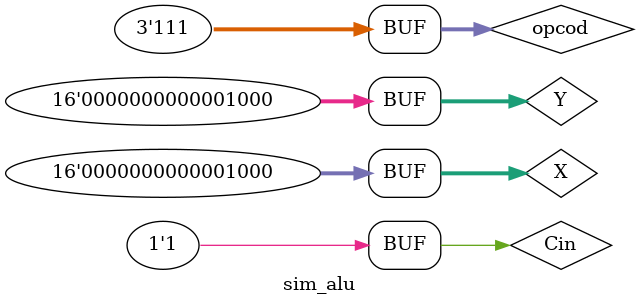
<source format=v>
`timescale 1ns / 1ps


module sim_alu();
    reg [2:0]opcod;
    reg [15:0]X;
    reg [15:0]Y;
    reg Cin;
    wire [15:0]out;
    wire Cout;
    wire lt;
    wire eq;
    wire V;
    
    alu uut(opcod[2:0], X[15:0], Y[15:0], Cin, out[15:0], Cout, lt, eq, V);
    initial
    begin
    
    #1 opcod=0; Cin=opcod[0]; X=16'b0111; Y=16'b1000;       // OR
    #1 opcod=1; Cin=opcod[0];                               // AND
    #1 opcod=2; Cin=opcod[0]; X=7; Y=8;                     // ADD
    #1 X=16'b0111111111111111; Y=16'b0000000000000001;
    #1 opcod=3; Cin=opcod[0]; X=16; Y=15;                   // SUB
    #1 X=-4; Y=-5;
    
    #1 opcod=7; Cin=opcod[0]; X=10; Y=16;                   // SLT
    #1 X=20; Y=35;
    #1 X=10; Y=3;
    #1 X=8; Y=8;
    
    
    end
endmodule

</source>
